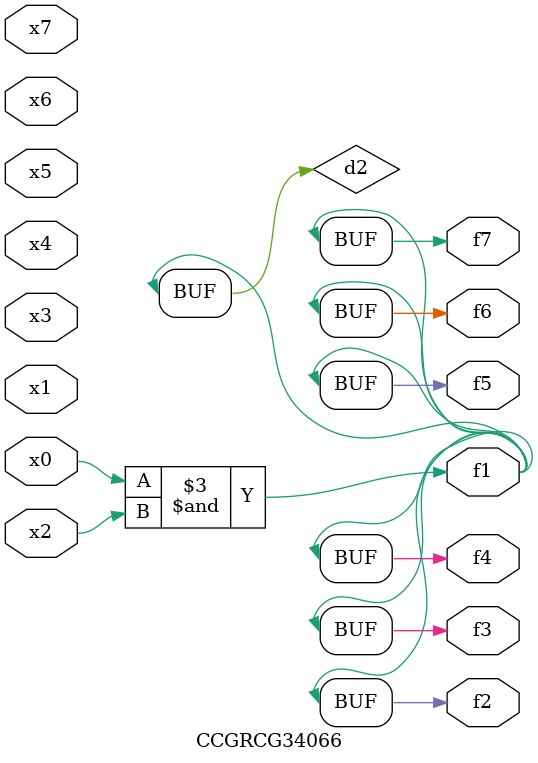
<source format=v>
module CCGRCG34066(
	input x0, x1, x2, x3, x4, x5, x6, x7,
	output f1, f2, f3, f4, f5, f6, f7
);

	wire d1, d2;

	nor (d1, x3, x6);
	and (d2, x0, x2);
	assign f1 = d2;
	assign f2 = d2;
	assign f3 = d2;
	assign f4 = d2;
	assign f5 = d2;
	assign f6 = d2;
	assign f7 = d2;
endmodule

</source>
